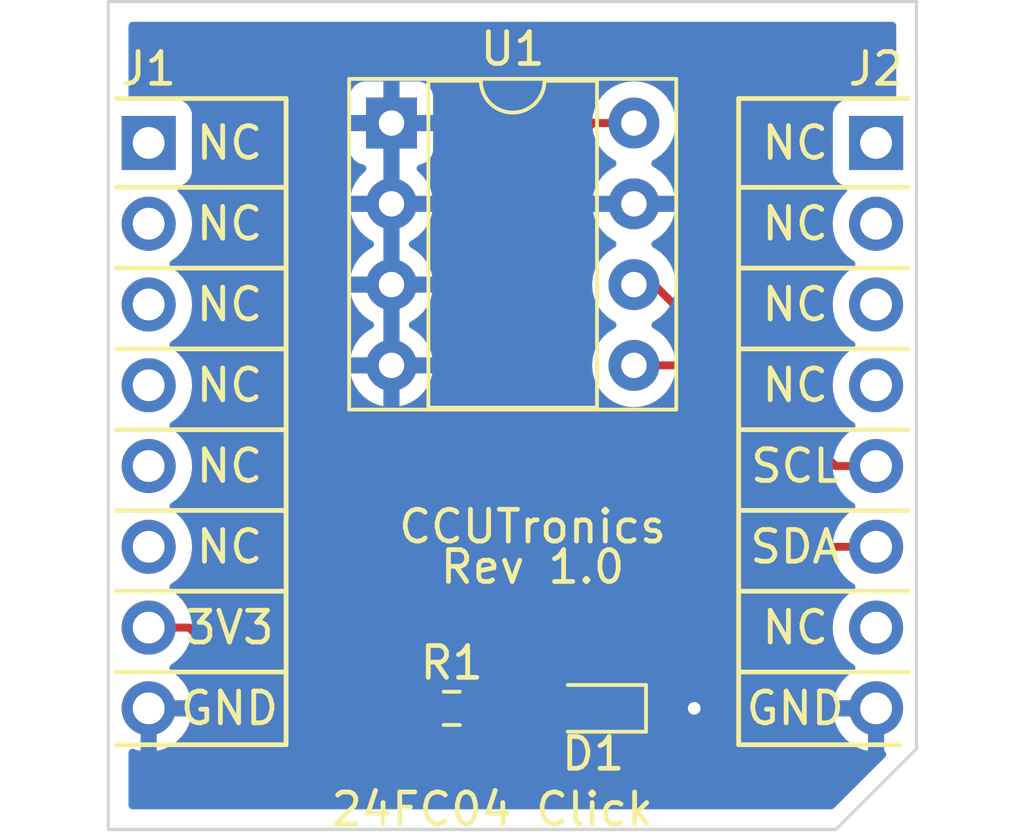
<source format=kicad_pcb>
(kicad_pcb (version 20211014) (generator pcbnew)
  (title_block (title "24FC04 MikroBUS ") (date "2022-08-21") (rev "1.0") (company "CCUTronics") (comment 1 "Ricardo Escarcega") (comment 2 "Designed by"))
  (layers (0 "F.Cu" signal) (31 "B.Cu" signal) (34 "B.Paste" user) (35 "F.Paste" user) (36 "B.SilkS" user "B.Silkscreen") (37 "F.SilkS" user "F.Silkscreen") (38 "B.Mask" user) (39 "F.Mask" user) (44 "Edge.Cuts" user))
  (net 0 "")
  (net 1 "GND")
  (net 2 "Net-(D1-Pad2)")
  (net 9 "3V3")
  (net 14 "SCL")
  (net 15 "SDA")
  (footprint "Connector_PinHeader_2.54mm:PinHeader_1x08_P2.54mm_Vertical" (layer "F.Cu") (at 163.83 99.695)
    (fp_text reference "J2" (at 0 -2.33) (layer "F.SilkS"))
    (fp_text value "Conn_01x08")
    (pad "1" thru_hole rect (at 0 0) (size 1.7 1.7) (drill 1) (layers *.Cu *.Mask))
    (pad "2" thru_hole oval (at 0 2.54) (size 1.7 1.7) (drill 1) (layers *.Cu *.Mask))
    (pad "3" thru_hole oval (at 0 5.08) (size 1.7 1.7) (drill 1) (layers *.Cu *.Mask))
    (pad "4" thru_hole oval (at 0 7.62) (size 1.7 1.7) (drill 1) (layers *.Cu *.Mask))
    (pad "5" thru_hole oval (at 0 10.16) (size 1.7 1.7) (drill 1) (layers *.Cu *.Mask) (net 14 "SCL"))
    (pad "6" thru_hole oval (at 0 12.7) (size 1.7 1.7) (drill 1) (layers *.Cu *.Mask) (net 15 "SDA"))
    (pad "7" thru_hole oval (at 0 15.24) (size 1.7 1.7) (drill 1) (layers *.Cu *.Mask))
    (pad "8" thru_hole oval (at 0 17.78) (size 1.7 1.7) (drill 1) (layers *.Cu *.Mask) (net 1 "GND"))
  )
  (footprint "Package_DIP:DIP-8_W7.62mm_Socket" (layer "F.Cu") (at 148.6 99.07)
    (fp_text reference "U1" (at 3.81 -2.33) (layer "F.SilkS"))
    (fp_text value "24FC04_8DIP")
    (fp_line (start 1.16 8.95) (end 6.46 8.95) (layer "F.SilkS") (width 0.12))
    (fp_line (start -1.33 -1.39) (end -1.33 9.01) (layer "F.SilkS") (width 0.12))
    (fp_line (start -1.33 9.01) (end 8.95 9.01) (layer "F.SilkS") (width 0.12))
    (fp_line (start 6.46 -1.33) (end 4.81 -1.33) (layer "F.SilkS") (width 0.12))
    (fp_line (start 8.95 -1.39) (end -1.33 -1.39) (layer "F.SilkS") (width 0.12))
    (fp_line (start 2.81 -1.33) (end 1.16 -1.33) (layer "F.SilkS") (width 0.12))
    (fp_line (start 1.16 -1.33) (end 1.16 8.95) (layer "F.SilkS") (width 0.12))
    (fp_line (start 8.95 9.01) (end 8.95 -1.39) (layer "F.SilkS") (width 0.12))
    (fp_line (start 6.46 8.95) (end 6.46 -1.33) (layer "F.SilkS") (width 0.12))
    (fp_arc (start 4.81 -1.33) (mid 3.81 -0.33) (end 2.81 -1.33) (layer "F.SilkS") (width 0.12))
    (pad "1" thru_hole rect (at 0 0) (size 1.6 1.6) (drill 0.8) (layers *.Cu *.Mask) (net 1 "GND"))
    (pad "2" thru_hole oval (at 0 2.54) (size 1.6 1.6) (drill 0.8) (layers *.Cu *.Mask) (net 1 "GND"))
    (pad "3" thru_hole oval (at 0 5.08) (size 1.6 1.6) (drill 0.8) (layers *.Cu *.Mask) (net 1 "GND"))
    (pad "4" thru_hole oval (at 0 7.62) (size 1.6 1.6) (drill 0.8) (layers *.Cu *.Mask) (net 1 "GND"))
    (pad "5" thru_hole oval (at 7.62 7.62) (size 1.6 1.6) (drill 0.8) (layers *.Cu *.Mask) (net 15 "SDA"))
    (pad "6" thru_hole oval (at 7.62 5.08) (size 1.6 1.6) (drill 0.8) (layers *.Cu *.Mask) (net 14 "SCL"))
    (pad "7" thru_hole oval (at 7.62 2.54) (size 1.6 1.6) (drill 0.8) (layers *.Cu *.Mask) (net 1 "GND"))
    (pad "8" thru_hole oval (at 7.62 0) (size 1.6 1.6) (drill 0.8) (layers *.Cu *.Mask) (net 9 "3V3"))
  )
  (footprint "Connector_PinHeader_2.54mm:PinHeader_1x08_P2.54mm_Vertical" (layer "F.Cu") (at 140.97 99.695)
    (fp_text reference "J1" (at 0 -2.33) (layer "F.SilkS"))
    (fp_text value "Conn_01x08")
    (pad "1" thru_hole rect (at 0 0) (size 1.7 1.7) (drill 1) (layers *.Cu *.Mask))
    (pad "2" thru_hole oval (at 0 2.54) (size 1.7 1.7) (drill 1) (layers *.Cu *.Mask))
    (pad "3" thru_hole oval (at 0 5.08) (size 1.7 1.7) (drill 1) (layers *.Cu *.Mask))
    (pad "4" thru_hole oval (at 0 7.62) (size 1.7 1.7) (drill 1) (layers *.Cu *.Mask))
    (pad "5" thru_hole oval (at 0 10.16) (size 1.7 1.7) (drill 1) (layers *.Cu *.Mask))
    (pad "6" thru_hole oval (at 0 12.7) (size 1.7 1.7) (drill 1) (layers *.Cu *.Mask))
    (pad "7" thru_hole oval (at 0 15.24) (size 1.7 1.7) (drill 1) (layers *.Cu *.Mask) (net 9 "3V3"))
    (pad "8" thru_hole oval (at 0 17.78) (size 1.7 1.7) (drill 1) (layers *.Cu *.Mask) (net 1 "GND"))
  )
  (footprint "LED_SMD:LED_0603_1608Metric_Pad1.05x0.95mm_HandSolder" (layer "F.Cu") (at 154.94 117.475 180)
    (fp_text reference "D1" (at 0 -1.43 180) (layer "F.SilkS"))
    (fp_text value "LED")
    (fp_line (start -1.66 0.735) (end 0.8 0.735) (layer "F.SilkS") (width 0.12))
    (fp_line (start 0.8 -0.735) (end -1.66 -0.735) (layer "F.SilkS") (width 0.12))
    (fp_line (start -1.66 -0.735) (end -1.66 0.735) (layer "F.SilkS") (width 0.12))
    (pad "1" smd roundrect (at -0.875 0 180) (size 1.05 0.95) (layers "F.Cu" "F.Paste" "F.Mask") (net 1 "GND"))
    (pad "2" smd roundrect (at 0.875 0 180) (size 1.05 0.95) (layers "F.Cu" "F.Paste" "F.Mask") (net 2 "Net-(D1-Pad2)"))
  )
  (footprint "Resistor_SMD:R_0603_1608Metric_Pad0.98x0.95mm_HandSolder" (layer "F.Cu") (at 150.495 117.475)
    (fp_text reference "R1" (at 0 -1.43) (layer "F.SilkS"))
    (fp_text value "R")
    (fp_line (start -0.254724 -0.5225) (end 0.254724 -0.5225) (layer "F.SilkS") (width 0.12))
    (fp_line (start -0.254724 0.5225) (end 0.254724 0.5225) (layer "F.SilkS") (width 0.12))
    (pad "1" smd roundrect (at -0.9125 0) (size 0.975 0.95) (layers "F.Cu" "F.Paste" "F.Mask") (net 9 "3V3"))
    (pad "2" smd roundrect (at 0.9125 0) (size 0.975 0.95) (layers "F.Cu" "F.Paste" "F.Mask") (net 2 "Net-(D1-Pad2)"))
  )
  (gr_line (start 164.846 116.332) (end 159.512 116.332) (layer "F.SilkS") (width 0.15))
  (gr_line (start 142.24 98.298) (end 139.954 98.298) (layer "F.SilkS") (width 0.15))
  (gr_line (start 139.954 116.332) (end 145.288 116.332) (layer "F.SilkS") (width 0.15))
  (gr_line (start 139.954 111.252) (end 145.288 111.252) (layer "F.SilkS") (width 0.15))
  (gr_line (start 142.24 101.092) (end 139.954 101.092) (layer "F.SilkS") (width 0.15))
  (gr_line (start 139.954 103.632) (end 145.288 103.632) (layer "F.SilkS") (width 0.15))
  (gr_line (start 164.592 118.618) (end 159.512 118.618) (layer "F.SilkS") (width 0.15))
  (gr_line (start 159.512 98.298) (end 164.846 98.298) (layer "F.SilkS") (width 0.15))
  (gr_line (start 142.24 101.092) (end 145.288 101.092) (layer "F.SilkS") (width 0.15))
  (gr_line (start 164.846 113.792) (end 159.512 113.792) (layer "F.SilkS") (width 0.15))
  (gr_line (start 139.954 106.172) (end 145.288 106.172) (layer "F.SilkS") (width 0.15))
  (gr_line (start 164.846 101.092) (end 159.512 101.092) (layer "F.SilkS") (width 0.15))
  (gr_line (start 142.24 98.298) (end 145.288 98.298) (layer "F.SilkS") (width 0.15))
  (gr_line (start 145.288 118.618) (end 139.954 118.618) (layer "F.SilkS") (width 0.15))
  (gr_line (start 164.846 111.252) (end 159.512 111.252) (layer "F.SilkS") (width 0.15))
  (gr_line (start 145.288 98.298) (end 145.288 118.618) (layer "F.SilkS") (width 0.15))
  (gr_line (start 139.954 108.712) (end 145.288 108.712) (layer "F.SilkS") (width 0.15))
  (gr_line (start 164.846 103.632) (end 159.512 103.632) (layer "F.SilkS") (width 0.15))
  (gr_line (start 159.512 118.618) (end 159.512 98.298) (layer "F.SilkS") (width 0.15))
  (gr_line (start 139.954 113.792) (end 145.288 113.792) (layer "F.SilkS") (width 0.15))
  (gr_line (start 164.846 108.712) (end 159.512 108.712) (layer "F.SilkS") (width 0.15))
  (gr_line (start 164.846 106.172) (end 159.512 106.172) (layer "F.SilkS") (width 0.15))
  (gr_line (start 139.7 95.25) (end 165.1 95.25) (layer "Edge.Cuts") (width 0.1))
  (gr_line (start 139.7 121.285) (end 162.56 121.285) (layer "Edge.Cuts") (width 0.1))
  (gr_line (start 165.1 95.25) (end 165.1 118.745) (layer "Edge.Cuts") (width 0.1))
  (gr_line (start 165.1 118.745) (end 162.56 121.285) (layer "Edge.Cuts") (width 0.1))
  (gr_line (start 139.7 95.25) (end 139.7 121.285) (layer "Edge.Cuts") (width 0.1))
  (gr_text "3V3" (at 143.51 114.935) (layer "F.SilkS") (effects (font (size 1 1))))
  (gr_text "24FC04 Click" (at 151.765 120.65) (layer "F.SilkS") (effects (font (size 1 1))))
  (gr_text "Rev 1.0" (at 153.035 113.03) (layer "F.SilkS") (effects (font (size 1 1))))
  (gr_text "NC" (at 143.51 99.695) (layer "F.SilkS") (effects (font (size 1 1))))
  (gr_text "NC" (at 143.51 112.395) (layer "F.SilkS") (effects (font (size 1 1))))
  (gr_text "NC" (at 161.29 102.235) (layer "F.SilkS") (effects (font (size 1 1))))
  (gr_text "GND" (at 161.29 117.475) (layer "F.SilkS") (effects (font (size 1 1))))
  (gr_text "NC" (at 161.29 104.775) (layer "F.SilkS") (effects (font (size 1 1))))
  (gr_text "NC" (at 161.29 114.935) (layer "F.SilkS") (effects (font (size 1 1))))
  (gr_text "SCL" (at 161.29 109.855) (layer "F.SilkS") (effects (font (size 1 1))))
  (gr_text "CCUTronics" (at 153.035 111.76) (layer "F.SilkS") (effects (font (size 1 1))))
  (gr_text "SDA" (at 161.29 112.395) (layer "F.SilkS") (effects (font (size 1 1))))
  (gr_text "GND" (at 143.51 117.475) (layer "F.SilkS") (effects (font (size 1 1))))
  (gr_text "NC" (at 143.51 102.235) (layer "F.SilkS") (effects (font (size 1 1))))
  (gr_text "NC" (at 143.51 109.855) (layer "F.SilkS") (effects (font (size 1 1))))
  (gr_text "NC" (at 161.29 99.695) (layer "F.SilkS") (effects (font (size 1 1))))
  (gr_text "NC" (at 143.51 104.775) (layer "F.SilkS") (effects (font (size 1 1))))
  (gr_text "NC" (at 161.29 107.315) (layer "F.SilkS") (effects (font (size 1 1))))
  (gr_text "NC" (at 143.51 107.315) (layer "F.SilkS") (effects (font (size 1 1))))
  (segment (start 155.815 117.475) (end 158.115 117.475) (width 0.25) (layer "F.Cu") (net 1))
  (via (at 158.115 117.475) (size 0.8) (drill 0.4) (layers "F.Cu" "B.Cu") (net 1))
  (segment (start 151.4075 117.475) (end 154.065 117.475) (width 0.25) (layer "F.Cu") (net 2))
  (segment (start 149.5825 115.2125) (end 150.495 114.3) (width 0.25) (layer "F.Cu") (net 9))
  (segment (start 149.5825 117.475) (end 149.5825 115.2125) (width 0.25) (layer "F.Cu") (net 9))
  (segment (start 154.305 99.695) (end 154.94 99.06) (width 0.25) (layer "F.Cu") (net 9))
  (segment (start 153.67 114.3) (end 154.305 113.665) (width 0.25) (layer "F.Cu") (net 9))
  (segment (start 154.305 113.665) (end 154.305 99.695) (width 0.25) (layer "F.Cu") (net 9))
  (segment (start 154.94 99.06) (end 154.95 99.07) (width 0.25) (layer "F.Cu") (net 9))
  (segment (start 154.95 99.07) (end 156.22 99.07) (width 0.25) (layer "F.Cu") (net 9))
  (segment (start 150.495 114.3) (end 153.67 114.3) (width 0.25) (layer "F.Cu") (net 9))
  (segment (start 144.78 117.475) (end 149.5825 117.475) (width 0.25) (layer "F.Cu") (net 9))
  (segment (start 140.97 114.935) (end 142.24 114.935) (width 0.25) (layer "F.Cu") (net 9))
  (segment (start 142.24 114.935) (end 144.78 117.475) (width 0.25) (layer "F.Cu") (net 9))
  (segment (start 157.48 105.655) (end 157.48 104.775) (width 0.25) (layer "F.Cu") (net 14))
  (segment (start 156.855 104.15) (end 156.22 104.15) (width 0.25) (layer "F.Cu") (net 14))
  (segment (start 158.115 106.29) (end 157.48 105.655) (width 0.25) (layer "F.Cu") (net 14))
  (segment (start 161.925 109.22) (end 161.925 107.95) (width 0.25) (layer "F.Cu") (net 14))
  (segment (start 161.925 107.95) (end 160.265 106.29) (width 0.25) (layer "F.Cu") (net 14))
  (segment (start 157.48 104.775) (end 156.855 104.15) (width 0.25) (layer "F.Cu") (net 14))
  (segment (start 163.83 109.855) (end 162.56 109.855) (width 0.25) (layer "F.Cu") (net 14))
  (segment (start 160.265 106.29) (end 158.115 106.29) (width 0.25) (layer "F.Cu") (net 14))
  (segment (start 162.56 109.855) (end 161.925 109.22) (width 0.25) (layer "F.Cu") (net 14))
  (segment (start 161.925 112.395) (end 161.29 111.76) (width 0.25) (layer "F.Cu") (net 15))
  (segment (start 160.03 106.69) (end 156.22 106.69) (width 0.25) (layer "F.Cu") (net 15))
  (segment (start 163.83 112.395) (end 161.925 112.395) (width 0.25) (layer "F.Cu") (net 15))
  (segment (start 161.29 111.76) (end 161.29 107.95) (width 0.25) (layer "F.Cu") (net 15))
  (segment (start 161.29 107.95) (end 160.03 106.69) (width 0.25) (layer "F.Cu") (net 15))
  (zone (net 1) (net_name "GND") (layer "B.Cu") (connect_pads (clearance 0.508)) (min_thickness 0.254) (fill yes (thermal_gap 0.508) (thermal_bridge_width 0.508))
    (polygon (pts (xy 164.465 118.745) (xy 162.56 120.65) (xy 140.335 120.65) (xy 140.335 95.885) (xy 164.465 95.885)))
  )
)
</source>
